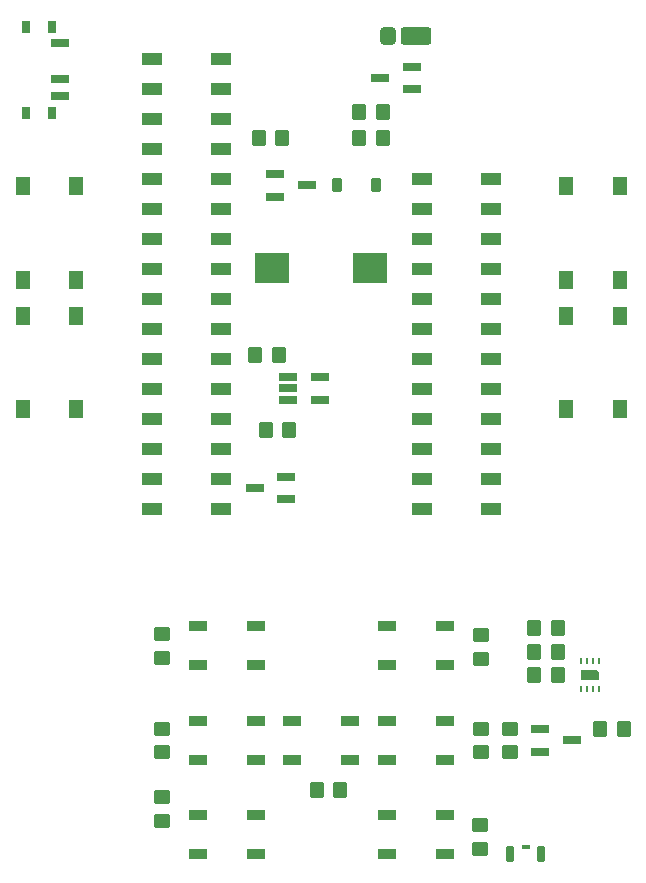
<source format=gtp>
G04 #@! TF.GenerationSoftware,KiCad,Pcbnew,7.0.7*
G04 #@! TF.CreationDate,2023-08-28T20:08:12-05:00*
G04 #@! TF.ProjectId,particle-bamf23-badge,70617274-6963-46c6-952d-62616d663233,v0.1*
G04 #@! TF.SameCoordinates,Original*
G04 #@! TF.FileFunction,Paste,Top*
G04 #@! TF.FilePolarity,Positive*
%FSLAX46Y46*%
G04 Gerber Fmt 4.6, Leading zero omitted, Abs format (unit mm)*
G04 Created by KiCad (PCBNEW 7.0.7) date 2023-08-28 20:08:12*
%MOMM*%
%LPD*%
G01*
G04 APERTURE LIST*
G04 Aperture macros list*
%AMRoundRect*
0 Rectangle with rounded corners*
0 $1 Rounding radius*
0 $2 $3 $4 $5 $6 $7 $8 $9 X,Y pos of 4 corners*
0 Add a 4 corners polygon primitive as box body*
4,1,4,$2,$3,$4,$5,$6,$7,$8,$9,$2,$3,0*
0 Add four circle primitives for the rounded corners*
1,1,$1+$1,$2,$3*
1,1,$1+$1,$4,$5*
1,1,$1+$1,$6,$7*
1,1,$1+$1,$8,$9*
0 Add four rect primitives between the rounded corners*
20,1,$1+$1,$2,$3,$4,$5,0*
20,1,$1+$1,$4,$5,$6,$7,0*
20,1,$1+$1,$6,$7,$8,$9,0*
20,1,$1+$1,$8,$9,$2,$3,0*%
%AMFreePoly0*
4,1,6,0.450000,-0.800000,-0.450000,-0.800000,-0.450000,0.530000,-0.180000,0.800000,0.450000,0.800000,0.450000,-0.800000,0.450000,-0.800000,$1*%
G04 Aperture macros list end*
%ADD10R,1.560000X0.650000*%
%ADD11RoundRect,0.250000X-0.450000X0.350000X-0.450000X-0.350000X0.450000X-0.350000X0.450000X0.350000X0*%
%ADD12RoundRect,0.075000X0.275000X0.075000X-0.275000X0.075000X-0.275000X-0.075000X0.275000X-0.075000X0*%
%ADD13RoundRect,0.157500X0.157500X0.532500X-0.157500X0.532500X-0.157500X-0.532500X0.157500X-0.532500X0*%
%ADD14R,1.300000X1.550000*%
%ADD15R,1.500000X0.900000*%
%ADD16RoundRect,0.250000X0.350000X0.450000X-0.350000X0.450000X-0.350000X-0.450000X0.350000X-0.450000X0*%
%ADD17FreePoly0,270.000000*%
%ADD18R,0.250000X0.550000*%
%ADD19R,0.800000X1.000000*%
%ADD20R,1.500000X0.700000*%
%ADD21R,1.780000X1.020000*%
%ADD22R,3.000000X2.600000*%
%ADD23RoundRect,0.250000X-0.350000X-0.450000X0.350000X-0.450000X0.350000X0.450000X-0.350000X0.450000X0*%
%ADD24RoundRect,0.250000X0.450000X-0.350000X0.450000X0.350000X-0.450000X0.350000X-0.450000X-0.350000X0*%
%ADD25RoundRect,0.250000X-1.050000X-0.500000X1.050000X-0.500000X1.050000X0.500000X-1.050000X0.500000X0*%
%ADD26RoundRect,0.309524X-0.340476X-0.440476X0.340476X-0.440476X0.340476X0.440476X-0.340476X0.440476X0*%
%ADD27RoundRect,0.225000X0.225000X0.375000X-0.225000X0.375000X-0.225000X-0.375000X0.225000X-0.375000X0*%
G04 APERTURE END LIST*
D10*
X134650000Y-66850000D03*
X134650000Y-64950000D03*
X131950000Y-65900000D03*
D11*
X140500000Y-113100000D03*
X140500000Y-115100000D03*
D12*
X144300000Y-131050000D03*
D13*
X145640000Y-131600000D03*
X142960000Y-131600000D03*
D11*
X113500000Y-121000000D03*
X113500000Y-123000000D03*
D14*
X106250000Y-86025000D03*
X106250000Y-93975000D03*
X101750000Y-86025000D03*
X101750000Y-93975000D03*
D15*
X132550000Y-112350000D03*
X132550000Y-115650000D03*
X137450000Y-115650000D03*
X137450000Y-112350000D03*
D16*
X147000000Y-116500000D03*
X145000000Y-116500000D03*
X123700000Y-71000000D03*
X121700000Y-71000000D03*
D17*
X149750000Y-116450000D03*
D18*
X150500000Y-115275000D03*
X150000000Y-115275000D03*
X149500000Y-115275000D03*
X149000000Y-115275000D03*
X149000000Y-117625000D03*
X149500000Y-117625000D03*
X150000000Y-117625000D03*
X150500000Y-117625000D03*
D10*
X123100000Y-74050000D03*
X123100000Y-75950000D03*
X125800000Y-75000000D03*
X145500000Y-121050000D03*
X145500000Y-122950000D03*
X148200000Y-122000000D03*
D19*
X104210000Y-61578885D03*
X102000000Y-61578885D03*
X104210000Y-68878885D03*
X102000000Y-68878885D03*
D20*
X104860000Y-62978885D03*
X104860000Y-65978885D03*
X104860000Y-67478885D03*
D21*
X112660000Y-64340000D03*
X118480000Y-64340000D03*
X112660000Y-66880000D03*
X118480000Y-66880000D03*
X112660000Y-69420000D03*
X118480000Y-69420000D03*
X112660000Y-71960000D03*
X118480000Y-71960000D03*
X112660000Y-74500000D03*
X118480000Y-74500000D03*
X112660000Y-77040000D03*
X118480000Y-77040000D03*
X112660000Y-79580000D03*
X118480000Y-79580000D03*
X112660000Y-82120000D03*
X118480000Y-82120000D03*
D22*
X131150000Y-82000000D03*
X122800000Y-82000000D03*
D23*
X150600000Y-121000000D03*
X152600000Y-121000000D03*
X130200000Y-71000000D03*
X132200000Y-71000000D03*
D11*
X140400000Y-129200000D03*
X140400000Y-131200000D03*
D23*
X126600000Y-126200000D03*
X128600000Y-126200000D03*
D16*
X147000000Y-112500000D03*
X145000000Y-112500000D03*
X123400000Y-89400000D03*
X121400000Y-89400000D03*
D11*
X113500000Y-113000000D03*
X113500000Y-115000000D03*
D21*
X112660000Y-84660000D03*
X118480000Y-84660000D03*
X112660000Y-87200000D03*
X118480000Y-87200000D03*
X112660000Y-89740000D03*
X118480000Y-89740000D03*
X112660000Y-92280000D03*
X118480000Y-92280000D03*
X112660000Y-94820000D03*
X118480000Y-94820000D03*
X112660000Y-97360000D03*
X118480000Y-97360000D03*
X112660000Y-99900000D03*
X118480000Y-99900000D03*
X112660000Y-102440000D03*
X118480000Y-102440000D03*
X135520000Y-74500000D03*
X141340000Y-74500000D03*
X135520000Y-77040000D03*
X141340000Y-77040000D03*
X135520000Y-79580000D03*
X141340000Y-79580000D03*
X135520000Y-82120000D03*
X141340000Y-82120000D03*
X135520000Y-84660000D03*
X141340000Y-84660000D03*
X135520000Y-87200000D03*
X141340000Y-87200000D03*
X135520000Y-89740000D03*
X141340000Y-89740000D03*
X135520000Y-92280000D03*
X141340000Y-92280000D03*
X135520000Y-94820000D03*
X141340000Y-94820000D03*
X135520000Y-97360000D03*
X141340000Y-97360000D03*
X135520000Y-99900000D03*
X141340000Y-99900000D03*
X135520000Y-102440000D03*
X141340000Y-102440000D03*
D14*
X106250000Y-75025000D03*
X106250000Y-82975000D03*
X101750000Y-75025000D03*
X101750000Y-82975000D03*
D24*
X143000000Y-123000000D03*
X143000000Y-121000000D03*
D15*
X116550000Y-128350000D03*
X116550000Y-131650000D03*
X121450000Y-131650000D03*
X121450000Y-128350000D03*
D14*
X147750000Y-82975000D03*
X147750000Y-75025000D03*
X152250000Y-82975000D03*
X152250000Y-75025000D03*
D10*
X124050000Y-101575000D03*
X124050000Y-99675000D03*
X121350000Y-100625000D03*
X124200000Y-91250000D03*
X124200000Y-92200000D03*
X124200000Y-93150000D03*
X126900000Y-93150000D03*
X126900000Y-91250000D03*
D24*
X113500000Y-128800000D03*
X113500000Y-126800000D03*
D23*
X122300000Y-95700000D03*
X124300000Y-95700000D03*
D15*
X132550000Y-128350000D03*
X132550000Y-131650000D03*
X137450000Y-131650000D03*
X137450000Y-128350000D03*
X124550000Y-120350000D03*
X124550000Y-123650000D03*
X129450000Y-123650000D03*
X129450000Y-120350000D03*
D25*
X135050000Y-62400000D03*
D26*
X132675000Y-62400000D03*
D15*
X116550000Y-112350000D03*
X116550000Y-115650000D03*
X121450000Y-115650000D03*
X121450000Y-112350000D03*
D11*
X140500000Y-121000000D03*
X140500000Y-123000000D03*
D14*
X147750000Y-93975000D03*
X147750000Y-86025000D03*
X152250000Y-93975000D03*
X152250000Y-86025000D03*
D16*
X132200000Y-68800000D03*
X130200000Y-68800000D03*
X147000000Y-114500000D03*
X145000000Y-114500000D03*
D27*
X131650000Y-75000000D03*
X128350000Y-75000000D03*
D15*
X116550000Y-120350000D03*
X116550000Y-123650000D03*
X121450000Y-123650000D03*
X121450000Y-120350000D03*
X132550000Y-120350000D03*
X132550000Y-123650000D03*
X137450000Y-123650000D03*
X137450000Y-120350000D03*
M02*

</source>
